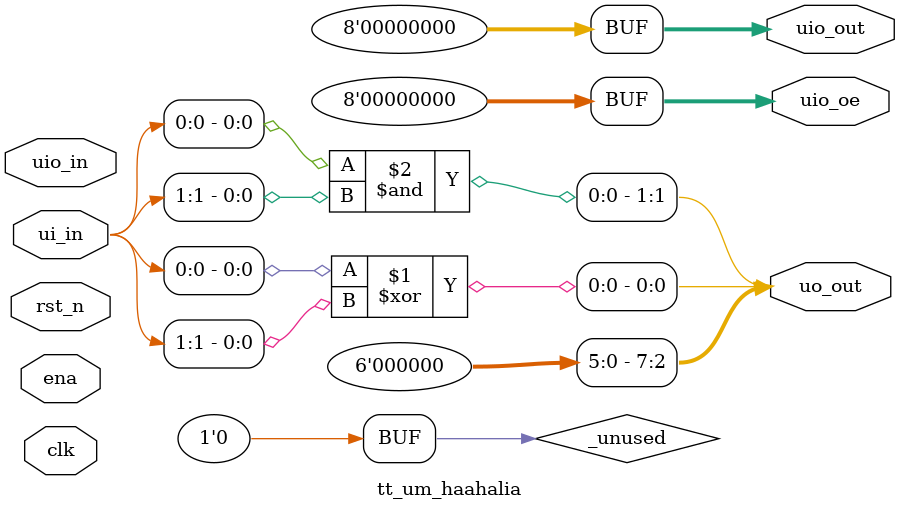
<source format=v>
/*
 * Copyright (c) 2024 Your Name
 * SPDX-License-Identifier: Apache-2.0
 */

`default_nettype none

module tt_um_haahalia (
    input  wire [7:0] ui_in,    // Dedicated inputs
    output wire [7:0] uo_out,   // Dedicated outputs
    input  wire [7:0] uio_in,   // IOs: Input path
    output wire [7:0] uio_out,  // IOs: Output path
    output wire [7:0] uio_oe,   // IOs: Enable path (active high: 0=input, 1=output)
    input  wire       ena,      // always 1 when the design is powered, so you can ignore it
    input  wire       clk,      // clock
    input  wire       rst_n     // reset_n - low to reset
);

  // All output pins must be assigned. If not used, assign to 0.
 // assign uo_out  = ui_in + uio_in;  // Example: ou_out is the sum of ui_in and uio_in
    assign uo_out[0] = ui_in[0]^ui_in[1];
    assign uo_out[1] = ui_in[0]&ui_in[1];
assign uio_out=0;
assign uio_oe=0;
    assign uo_out[7:2]=6'b0;

  // List all unused inputs to prevent warnings
  wire _unused = &{ena, clk, rst_n, 1'b0};

endmodule

</source>
